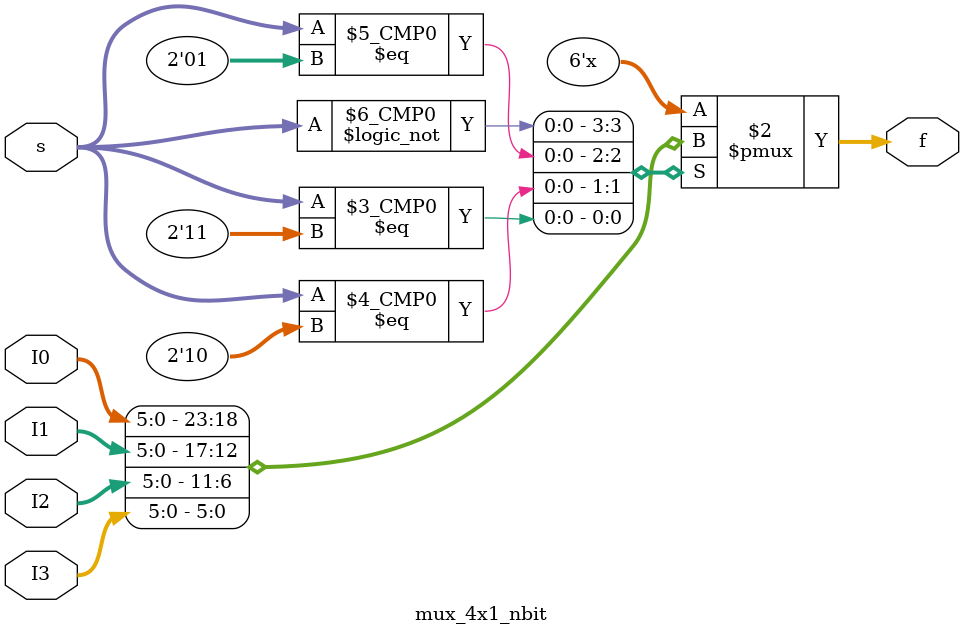
<source format=v>
`timescale 1ns / 1ps


module mux_4x1_nbit
    #(parameter N = 6 )
(
    input [N - 1: 0] I0,I1,I2,I3,
    input [1:0] s,
    output reg [N - 1: 0] f
    );
    
    // case (Multiplexing Networks)
    always @(*)
    begin
        case(s)
            2'b00: f = I0;
            2'b01: f = I1;
            2'b10: f = I2;
            2'b11: f = I3;
            default: f = 'bx;
        endcase
    end
endmodule

</source>
